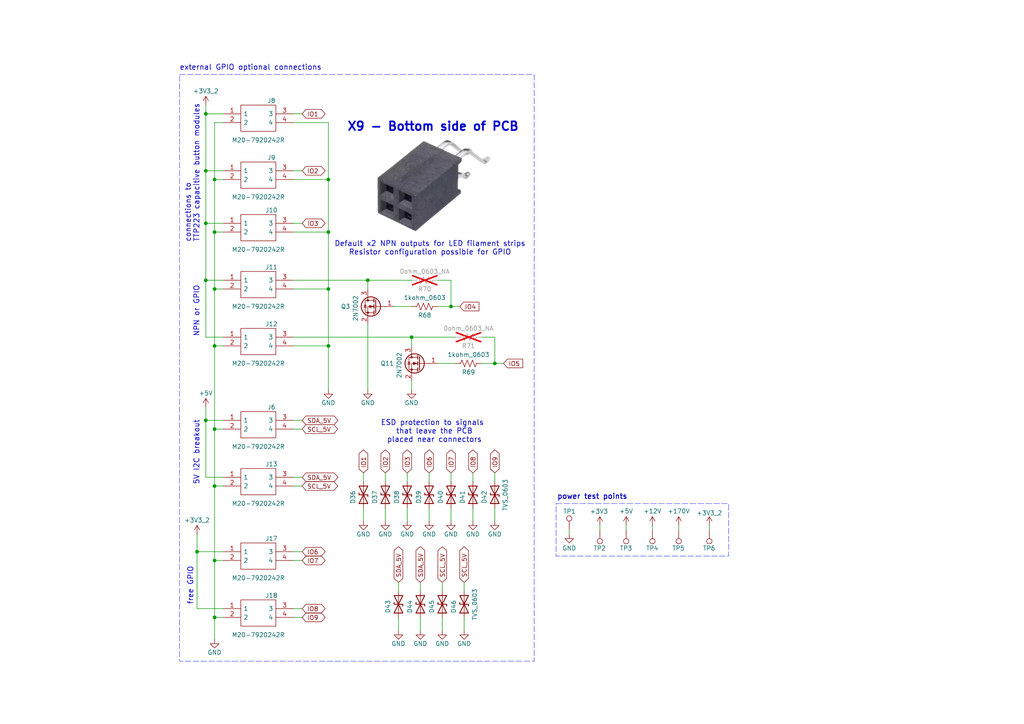
<source format=kicad_sch>
(kicad_sch (version 20250114) (generator "eeschema") (generator_version "9.0")
  (paper "A4")
  (title_block (title "Connectors") (date "2025-OCT-04") (rev "1") (company "Kadin Whiting"))
  (lib_symbols
    (symbol "Connector:TestPoint" (pin_numbers (hide yes)) (pin_names (offset 0.762) (hide yes))
      (property "Reference" "TP" (at 0 6.858 0))
      (property "Value" "TestPoint" (at 0 5.08 0))
      (symbol "TestPoint_0_1"
        (circle (center 0 3.302) (radius 0.762))
      )
      (symbol "TestPoint_1_1"
        (pin passive line (at 0 0 90) (length 2.54) (name "1") (number "1"))
      )
    )
    (symbol "Device:R_US" (pin_numbers (hide yes)) (pin_names (offset 0))
      (property "Reference" "R" (at 2.54 0 90))
      (property "Value" "R_US" (at -2.54 0 90))
      (symbol "R_US_0_1"
        (polyline (pts (xy 0 2.286) (xy 0 2.54)))
        (polyline (pts (xy 0 2.286) (xy 1.016 1.905) (xy 0 1.524) (xy -1.016 1.143) (xy 0 0.762)))
        (polyline (pts (xy 0 0.762) (xy 1.016 0.381) (xy 0 0) (xy -1.016 -0.381) (xy 0 -0.762)))
        (polyline (pts (xy 0 -0.762) (xy 1.016 -1.143) (xy 0 -1.524) (xy -1.016 -1.905) (xy 0 -2.286)))
        (polyline (pts (xy 0 -2.286) (xy 0 -2.54)))
      )
      (symbol "R_US_1_1"
        (pin passive line (at 0 3.81 270) (length 1.27) (name "~") (number "1"))
        (pin passive line (at 0 -3.81 90) (length 1.27) (name "~") (number "2"))
      )
    )
    (symbol "HDD_CLK_V6.0:CG0603MLC-05LE" (pin_numbers (hide yes)) (pin_names (offset 1.016) (hide yes))
      (property "Reference" "D11" (at 3.048 1.27 0))
      (property "Value" "CG0603MLC-05LE" (at -3.048 4.572 0))
      (symbol "CG0603MLC-05LE_0_1"
        (polyline (pts (xy -2.54 1.27) (xy -2.54 -1.27) (xy 2.54 1.27) (xy 2.54 -1.27) (xy -2.54 1.27)) (stroke (width 0.254)))
        (polyline (pts (xy 0.508 1.27) (xy 0 1.27) (xy 0 -1.27) (xy -0.508 -1.27)) (stroke (width 0.254)))
        (polyline (pts (xy 1.27 0) (xy -1.27 0)))
      )
      (symbol "CG0603MLC-05LE_1_1"
        (pin passive line (at -3.81 0 0) (length 2.54) (name "A1") (number "1"))
        (pin passive line (at 3.81 0 180) (length 2.54) (name "A2") (number "2"))
      )
    )
    (symbol "HDD_CLK_V6.0:M20-7920242R" (pin_names (offset 0.762))
      (property "Reference" "J1" (at 13.97 6.35 0))
      (property "Value" "M20-7920242R" (at 10.16 -5.08 0))
      (symbol "M20-7920242R_0_0"
        (pin passive line (at 0 0 0) (length 5.08) (name "2") (number "2"))
        (pin passive line (at 0 -2.54 0) (length 5.08) (name "1") (number "1"))
        (pin passive line (at 20.32 0 180) (length 5.08) (name "4") (number "4"))
        (pin passive line (at 20.32 -2.54 180) (length 5.08) (name "3") (number "3"))
      )
      (symbol "M20-7920242R_0_1"
        (polyline (pts (xy 5.08 2.54) (xy 15.24 2.54) (xy 15.24 -5.08) (xy 5.08 -5.08) (xy 5.08 2.54)) (stroke (width 0.1524)))
      )
    )
    (symbol "Transistor_FET:2N7002" (pin_names (offset 0) (hide yes))
      (property "Reference" "Q" (at 5.08 1.905 0))
      (property "Value" "2N7002" (at 5.08 0 0))
      (symbol "2N7002_0_1"
        (polyline (pts (xy 0.254 1.905) (xy 0.254 -1.905)) (stroke (width 0.254)))
        (polyline (pts (xy 0.254 0) (xy -2.54 0)))
        (polyline (pts (xy 0.762 2.286) (xy 0.762 1.27)) (stroke (width 0.254)))
        (polyline (pts (xy 0.762 0.508) (xy 0.762 -0.508)) (stroke (width 0.254)))
        (polyline (pts (xy 0.762 -1.27) (xy 0.762 -2.286)) (stroke (width 0.254)))
        (polyline (pts (xy 0.762 -1.778) (xy 3.302 -1.778) (xy 3.302 1.778) (xy 0.762 1.778)))
        (polyline (pts (xy 1.016 0) (xy 2.032 0.381) (xy 2.032 -0.381) (xy 1.016 0)) (fill (type outline)))
        (circle (center 1.651 0) (radius 2.794) (stroke (width 0.254)))
        (polyline (pts (xy 2.54 2.54) (xy 2.54 1.778)))
        (circle (center 2.54 1.778) (radius 0.254) (fill (type outline)))
        (circle (center 2.54 -1.778) (radius 0.254) (fill (type outline)))
        (polyline (pts (xy 2.54 -2.54) (xy 2.54 0) (xy 0.762 0)))
        (polyline (pts (xy 2.921 0.381) (xy 3.683 0.381)))
        (polyline (pts (xy 3.302 0.381) (xy 2.921 -0.254) (xy 3.683 -0.254) (xy 3.302 0.381)))
      )
      (symbol "2N7002_1_1"
        (pin input line (at -5.08 0 0) (length 2.54) (name "G") (number "1"))
        (pin passive line (at 2.54 5.08 270) (length 2.54) (name "D") (number "3"))
        (pin passive line (at 2.54 -5.08 90) (length 2.54) (name "S") (number "2"))
      )
    )
    (symbol "power:+12V" (power) (pin_numbers (hide yes)) (pin_names (offset 0) (hide yes))
      (property "Value" "+12V" (at 0 3.556 0))
      (symbol "+12V_0_1"
        (polyline (pts (xy -0.762 1.27) (xy 0 2.54)))
        (polyline (pts (xy 0 2.54) (xy 0.762 1.27)))
        (polyline (pts (xy 0 0) (xy 0 2.54)))
      )
      (symbol "+12V_1_1"
        (pin power_in line (at 0 0 90) (length 0) (name "~") (number "1"))
      )
    )
    (symbol "power:+3.3V" (power) (pin_names (offset 0))
      (property "Value" "+3.3V" (at 0 3.556 0))
      (symbol "+3.3V_0_1"
        (polyline (pts (xy -0.762 1.27) (xy 0 2.54)))
        (polyline (pts (xy 0 2.54) (xy 0.762 1.27)))
        (polyline (pts (xy 0 0) (xy 0 2.54)))
      )
      (symbol "+3.3V_1_1"
        (pin power_in line (at 0 0 90) (length 0) (hide yes) (name "+3V3") (number "1"))
      )
    )
    (symbol "power:+48V" (power) (pin_numbers (hide yes)) (pin_names (offset 0) (hide yes))
      (property "Value" "+48V" (at 0 3.556 0))
      (symbol "+48V_0_1"
        (polyline (pts (xy -0.762 1.27) (xy 0 2.54)))
        (polyline (pts (xy 0 2.54) (xy 0.762 1.27)))
        (polyline (pts (xy 0 0) (xy 0 2.54)))
      )
      (symbol "+48V_1_1"
        (pin power_in line (at 0 0 90) (length 0) (name "~") (number "1"))
      )
    )
    (symbol "power:+5V" (power) (pin_names (offset 0))
      (property "Value" "+5V" (at 0 3.556 0))
      (symbol "+5V_0_1"
        (polyline (pts (xy -0.762 1.27) (xy 0 2.54)))
        (polyline (pts (xy 0 2.54) (xy 0.762 1.27)))
        (polyline (pts (xy 0 0) (xy 0 2.54)))
      )
      (symbol "+5V_1_1"
        (pin power_in line (at 0 0 90) (length 0) (hide yes) (name "+5V") (number "1"))
      )
    )
    (symbol "power:GND" (power) (pin_names (offset 0))
      (property "Value" "GND" (at 0 -3.81 0))
      (symbol "GND_0_1"
        (polyline (pts (xy 0 0) (xy 0 -1.27) (xy 1.27 -1.27) (xy 0 -2.54) (xy -1.27 -1.27) (xy 0 -1.27)))
      )
      (symbol "GND_1_1"
        (pin power_in line (at 0 0 270) (length 0) (hide yes) (name "GND") (number "1"))
      )
    )
  )
  (rectangle (start 52.07 21.59) (end 154.94 191.77) (stroke (width 0) (type dash) (color 72 73 255 1)))
  (rectangle (start 161.29 146.05) (end 211.328 161.29) (stroke (width 0) (type dash) (color 72 73 255 1)))
  (text "external GPIO optional connections" (at 52.07 20.574 0) (effects (font (size 1.524 1.524) (thickness 0.1905)) (justify left bottom)))
  (text "5V I2C breakout" (at 57.912 140.716 90) (effects (font (size 1.524 1.524) (thickness 0.1905)) (justify left bottom)))
  (text "ESD protection to signals \nthat leave the PCB\nplaced near connectors" (at 125.984 128.524 0) (effects (font (size 1.524 1.524) (thickness 0.1905)) (justify bottom)))
  (text "NPN or GPIO" (at 57.912 97.79 90) (effects (font (size 1.524 1.524) (thickness 0.1905)) (justify left bottom)))
  (text "X9 - Bottom side of PCB" (at 100.584 36.83 0) (effects (font (size 2.5 2.5) (thickness 0.5) (bold yes)) (justify left)))
  (text "power test points" (at 161.544 145.034 0) (effects (font (size 1.524 1.524) (thickness 0.25)) (justify left bottom)))
  (text "free GPIO" (at 56.134 175.514 90) (effects (font (size 1.524 1.524) (thickness 0.1905)) (justify left bottom)))
  (text "Default x2 NPN outputs for LED filament strips\nResistor configuration possible for GPIO" (at 124.714 74.168 0) (effects (font (size 1.524 1.524) (thickness 0.1905)) (justify bottom)))
  (text "connections to\nTTP223 capacitive button modules" (at 57.912 70.358 90) (effects (font (size 1.524 1.524) (thickness 0.1905)) (justify left bottom)))
  (junction (at 62.23 140.97))
  (junction (at 130.81 88.9))
  (junction (at 59.69 64.77))
  (junction (at 143.51 105.41))
  (junction (at 59.69 33.02))
  (junction (at 95.25 52.07))
  (junction (at 95.25 100.33))
  (junction (at 106.68 81.28))
  (junction (at 62.23 67.31))
  (junction (at 59.69 121.92))
  (junction (at 59.69 81.28))
  (junction (at 62.23 124.46))
  (junction (at 62.23 179.07))
  (junction (at 119.38 97.79))
  (junction (at 95.25 67.31))
  (junction (at 62.23 83.82))
  (junction (at 62.23 52.07))
  (junction (at 62.23 162.56))
  (junction (at 57.15 160.02))
  (junction (at 95.25 83.82))
  (junction (at 59.69 49.53))
  (junction (at 62.23 100.33))
  (wire (pts (xy 64.77 33.02) (xy 59.69 33.02)))
  (wire (pts (xy 130.81 88.9) (xy 133.35 88.9)))
  (wire (pts (xy 111.76 137.16) (xy 111.76 139.7)))
  (wire (pts (xy 85.09 138.43) (xy 87.63 138.43)))
  (wire (pts (xy 62.23 124.46) (xy 62.23 140.97)))
  (wire (pts (xy 62.23 140.97) (xy 62.23 162.56)))
  (wire (pts (xy 85.09 176.53) (xy 87.63 176.53)))
  (wire (pts (xy 127 81.28) (xy 130.81 81.28)))
  (wire (pts (xy 85.09 49.53) (xy 87.63 49.53)))
  (wire (pts (xy 62.23 83.82) (xy 62.23 100.33)))
  (wire (pts (xy 115.57 179.07) (xy 115.57 182.88)))
  (wire (pts (xy 85.09 162.56) (xy 87.63 162.56)))
  (wire (pts (xy 85.09 97.79) (xy 119.38 97.79)))
  (wire (pts (xy 64.77 35.56) (xy 62.23 35.56)))
  (wire (pts (xy 143.51 137.16) (xy 143.51 139.7)))
  (wire (pts (xy 143.51 97.79) (xy 143.51 105.41)))
  (wire (pts (xy 64.77 83.82) (xy 62.23 83.82)))
  (wire (pts (xy 59.69 49.53) (xy 59.69 33.02)))
  (wire (pts (xy 62.23 179.07) (xy 64.77 179.07)))
  (wire (pts (xy 119.38 110.49) (xy 119.38 113.03)))
  (wire (pts (xy 95.25 67.31) (xy 95.25 83.82)))
  (wire (pts (xy 127 105.41) (xy 132.08 105.41)))
  (wire (pts (xy 59.69 81.28) (xy 59.69 97.79)))
  (wire (pts (xy 137.16 147.32) (xy 137.16 151.13)))
  (wire (pts (xy 62.23 52.07) (xy 62.23 67.31)))
  (wire (pts (xy 85.09 100.33) (xy 95.25 100.33)))
  (wire (pts (xy 59.69 121.92) (xy 64.77 121.92)))
  (wire (pts (xy 111.76 147.32) (xy 111.76 151.13)))
  (wire (pts (xy 128.27 179.07) (xy 128.27 182.88)))
  (wire (pts (xy 62.23 67.31) (xy 64.77 67.31)))
  (wire (pts (xy 128.27 168.91) (xy 128.27 171.45)))
  (wire (pts (xy 85.09 52.07) (xy 95.25 52.07)))
  (wire (pts (xy 189.23 152.4) (xy 189.23 153.67)))
  (wire (pts (xy 85.09 83.82) (xy 95.25 83.82)))
  (wire (pts (xy 118.11 147.32) (xy 118.11 151.13)))
  (wire (pts (xy 119.38 97.79) (xy 119.38 100.33)))
  (wire (pts (xy 205.74 152.4) (xy 205.74 153.67)))
  (wire (pts (xy 62.23 124.46) (xy 64.77 124.46)))
  (wire (pts (xy 106.68 81.28) (xy 119.38 81.28)))
  (wire (pts (xy 85.09 160.02) (xy 87.63 160.02)))
  (wire (pts (xy 121.92 168.91) (xy 121.92 171.45)))
  (wire (pts (xy 62.23 162.56) (xy 62.23 179.07)))
  (wire (pts (xy 85.09 121.92) (xy 87.63 121.92)))
  (wire (pts (xy 64.77 97.79) (xy 59.69 97.79)))
  (wire (pts (xy 95.25 100.33) (xy 95.25 113.03)))
  (wire (pts (xy 85.09 179.07) (xy 87.63 179.07)))
  (wire (pts (xy 57.15 176.53) (xy 57.15 160.02)))
  (wire (pts (xy 106.68 93.98) (xy 106.68 113.03)))
  (wire (pts (xy 105.41 147.32) (xy 105.41 151.13)))
  (wire (pts (xy 85.09 33.02) (xy 87.63 33.02)))
  (wire (pts (xy 118.11 137.16) (xy 118.11 139.7)))
  (wire (pts (xy 59.69 64.77) (xy 59.69 81.28)))
  (wire (pts (xy 85.09 124.46) (xy 87.63 124.46)))
  (wire (pts (xy 59.69 33.02) (xy 59.69 30.48)))
  (wire (pts (xy 119.38 97.79) (xy 132.08 97.79)))
  (wire (pts (xy 137.16 137.16) (xy 137.16 139.7)))
  (wire (pts (xy 85.09 140.97) (xy 87.63 140.97)))
  (wire (pts (xy 95.25 83.82) (xy 95.25 100.33)))
  (wire (pts (xy 105.41 137.16) (xy 105.41 139.7)))
  (wire (pts (xy 64.77 100.33) (xy 62.23 100.33)))
  (wire (pts (xy 62.23 35.56) (xy 62.23 52.07)))
  (wire (pts (xy 139.7 105.41) (xy 143.51 105.41)))
  (wire (pts (xy 62.23 140.97) (xy 64.77 140.97)))
  (wire (pts (xy 196.85 152.4) (xy 196.85 153.67)))
  (wire (pts (xy 62.23 52.07) (xy 64.77 52.07)))
  (wire (pts (xy 64.77 176.53) (xy 57.15 176.53)))
  (wire (pts (xy 59.69 64.77) (xy 59.69 49.53)))
  (wire (pts (xy 85.09 35.56) (xy 95.25 35.56)))
  (wire (pts (xy 62.23 67.31) (xy 62.23 83.82)))
  (wire (pts (xy 95.25 35.56) (xy 95.25 52.07)))
  (wire (pts (xy 106.68 81.28) (xy 106.68 83.82)))
  (wire (pts (xy 62.23 162.56) (xy 64.77 162.56)))
  (wire (pts (xy 64.77 81.28) (xy 59.69 81.28)))
  (wire (pts (xy 62.23 100.33) (xy 62.23 124.46)))
  (wire (pts (xy 130.81 137.16) (xy 130.81 139.7)))
  (wire (pts (xy 85.09 67.31) (xy 95.25 67.31)))
  (wire (pts (xy 173.99 152.4) (xy 173.99 153.67)))
  (wire (pts (xy 130.81 81.28) (xy 130.81 88.9)))
  (wire (pts (xy 181.61 152.4) (xy 181.61 153.67)))
  (wire (pts (xy 127 88.9) (xy 130.81 88.9)))
  (wire (pts (xy 57.15 160.02) (xy 64.77 160.02)))
  (wire (pts (xy 64.77 64.77) (xy 59.69 64.77)))
  (wire (pts (xy 121.92 179.07) (xy 121.92 182.88)))
  (wire (pts (xy 64.77 49.53) (xy 59.69 49.53)))
  (wire (pts (xy 115.57 168.91) (xy 115.57 171.45)))
  (wire (pts (xy 59.69 138.43) (xy 59.69 121.92)))
  (wire (pts (xy 59.69 121.92) (xy 59.69 118.11)))
  (wire (pts (xy 62.23 179.07) (xy 62.23 185.42)))
  (wire (pts (xy 134.62 168.91) (xy 134.62 171.45)))
  (wire (pts (xy 85.09 64.77) (xy 87.63 64.77)))
  (wire (pts (xy 139.7 97.79) (xy 143.51 97.79)))
  (wire (pts (xy 143.51 105.41) (xy 146.05 105.41)))
  (wire (pts (xy 165.1 153.67) (xy 165.1 154.94)))
  (wire (pts (xy 95.25 52.07) (xy 95.25 67.31)))
  (wire (pts (xy 124.46 147.32) (xy 124.46 151.13)))
  (wire (pts (xy 114.3 88.9) (xy 119.38 88.9)))
  (wire (pts (xy 64.77 138.43) (xy 59.69 138.43)))
  (wire (pts (xy 143.51 147.32) (xy 143.51 151.13)))
  (wire (pts (xy 57.15 154.94) (xy 57.15 160.02)))
  (wire (pts (xy 134.62 179.07) (xy 134.62 182.88)))
  (wire (pts (xy 124.46 137.16) (xy 124.46 139.7)))
  (wire (pts (xy 85.09 81.28) (xy 106.68 81.28)))
  (wire (pts (xy 130.81 147.32) (xy 130.81 151.13)))
  (image (at 125.476 52.832) (scale 0.317103))
  (global_label "IO3" (shape bidirectional) (at 118.11 137.16 90) (property "Intersheetrefs" "${INTERSHEET_REFS}" (effects (hide yes))))
  (global_label "SDA_5V" (shape bidirectional) (at 87.63 138.43 0) (property "Intersheetrefs" "${INTERSHEET_REFS}" (effects (hide yes))))
  (global_label "SDA_5V" (shape bidirectional) (at 87.63 121.92 0) (property "Intersheetrefs" "${INTERSHEET_REFS}" (effects (hide yes))))
  (global_label "IO6" (shape bidirectional) (at 87.63 160.02 0) (property "Intersheetrefs" "${INTERSHEET_REFS}" (effects (hide yes))))
  (global_label "IO4" (shape input) (at 133.35 88.9 0) (property "Intersheetrefs" "${INTERSHEET_REFS}" (effects (hide yes))))
  (global_label "IO9" (shape bidirectional) (at 143.51 137.16 90) (property "Intersheetrefs" "${INTERSHEET_REFS}" (effects (hide yes))))
  (global_label "IO6" (shape bidirectional) (at 124.46 137.16 90) (property "Intersheetrefs" "${INTERSHEET_REFS}" (effects (hide yes))))
  (global_label "IO2" (shape bidirectional) (at 87.63 49.53 0) (property "Intersheetrefs" "${INTERSHEET_REFS}" (effects (hide yes))))
  (global_label "IO7" (shape bidirectional) (at 130.81 137.16 90) (property "Intersheetrefs" "${INTERSHEET_REFS}" (effects (hide yes))))
  (global_label "SDA_5V" (shape bidirectional) (at 121.92 168.91 90) (property "Intersheetrefs" "${INTERSHEET_REFS}" (effects (hide yes))))
  (global_label "IO2" (shape bidirectional) (at 111.76 137.16 90) (property "Intersheetrefs" "${INTERSHEET_REFS}" (effects (hide yes))))
  (global_label "IO9" (shape bidirectional) (at 87.63 179.07 0) (property "Intersheetrefs" "${INTERSHEET_REFS}" (effects (hide yes))))
  (global_label "SCL_5V" (shape bidirectional) (at 128.27 168.91 90) (property "Intersheetrefs" "${INTERSHEET_REFS}" (effects (hide yes))))
  (global_label "IO3" (shape bidirectional) (at 87.63 64.77 0) (property "Intersheetrefs" "${INTERSHEET_REFS}" (effects (hide yes))))
  (global_label "SDA_5V" (shape bidirectional) (at 115.57 168.91 90) (property "Intersheetrefs" "${INTERSHEET_REFS}" (effects (hide yes))))
  (global_label "IO1" (shape bidirectional) (at 87.63 33.02 0) (property "Intersheetrefs" "${INTERSHEET_REFS}" (effects (hide yes))))
  (global_label "IO8" (shape bidirectional) (at 137.16 137.16 90) (property "Intersheetrefs" "${INTERSHEET_REFS}" (effects (hide yes))))
  (global_label "SCL_5V" (shape bidirectional) (at 87.63 124.46 0) (property "Intersheetrefs" "${INTERSHEET_REFS}" (effects (hide yes))))
  (global_label "IO1" (shape bidirectional) (at 105.41 137.16 90) (property "Intersheetrefs" "${INTERSHEET_REFS}" (effects (hide yes))))
  (global_label "IO7" (shape bidirectional) (at 87.63 162.56 0) (property "Intersheetrefs" "${INTERSHEET_REFS}" (effects (hide yes))))
  (global_label "SCL_5V" (shape bidirectional) (at 134.62 168.91 90) (property "Intersheetrefs" "${INTERSHEET_REFS}" (effects (hide yes))))
  (global_label "IO8" (shape bidirectional) (at 87.63 176.53 0) (property "Intersheetrefs" "${INTERSHEET_REFS}" (effects (hide yes))))
  (global_label "IO5" (shape input) (at 146.05 105.41 0) (property "Intersheetrefs" "${INTERSHEET_REFS}" (effects (hide yes))))
  (global_label "SCL_5V" (shape bidirectional) (at 87.63 140.97 0) (property "Intersheetrefs" "${INTERSHEET_REFS}" (effects (hide yes))))
  (symbol (lib_id "power:GND") (at 124.46 151.13 0) (mirror y) (unit 1)
    (property "Reference" "#PWR0164" (effects (hide yes)))
    (property "Value" "GND" (at 126.492 154.94 0) (effects (justify left)))
  )
  (symbol (lib_id "power:GND") (at 106.68 113.03 0) (mirror y) (unit 1)
    (property "Reference" "#PWR0145" (effects (hide yes)))
    (property "Value" "GND" (at 108.712 116.84 0) (effects (justify left)))
  )
  (symbol (lib_id "power:GND") (at 165.1 154.94 0) (mirror y) (unit 1) (in_bom no)
    (property "Reference" "#PWR0135" (effects (hide yes)))
    (property "Value" "GND" (at 165.1 159.004 0))
  )
  (symbol (lib_id "HDD_CLK_V6.0:CG0603MLC-05LE") (at 115.57 175.26 90) (unit 1) (exclude_from_sim yes)
    (property "Reference" "D43" (at 112.522 173.99 0) (effects (justify right)))
    (property "Value" "TVS_0603" (effects (hide yes)))
    (property "Footprint" "Resistor_SMD:R_0603_1608Metric" (effects (hide yes)))
  )
  (symbol (lib_id "HDD_CLK_V6.0:M20-7920242R") (at 64.77 179.07 0) (mirror x) (unit 1)
    (property "Reference" "J18" (at 78.74 172.72 0))
    (property "Value" "M20-7920242R" (at 74.93 184.15 0))
    (property "Footprint" "Footprint drive Dump 1:M207920242R" (effects (hide yes)))
    (property "Datasheet" "https://cdn.harwin.com/pdfs/M20-792R.pdf" (effects (hide yes)))
    (property "Description" "2.54mm (0.1\") Pitch DIL Horizontal SMT Socket Assembly, selective gold + tin (Tape & Reel packing), 2+2 contacts" (effects (hide yes)))
    (property "Mouser Part Number" "855-M20-7920242R" (effects (hide yes)))
    (property "Mouser Price/Stock" "https://www.mouser.co.uk/ProductDetail/Harwin/M20-7920242R?qs=k41KVqW3ymqXpU6ZyqY%252B2g%3D%3D" (effects (hide yes)))
    (property "Manufacturer_Name" "Harwin" (effects (hide yes)))
    (property "Manufacturer_Part_Number" "M20-7920242R" (effects (hide yes)))
  )
  (symbol (lib_id "power:+12V") (at 189.23 152.4 0) (unit 1) (in_bom no)
    (property "Reference" "#PWR0137" (effects (hide yes)))
    (property "Value" "+12V" (at 189.23 148.2669 0))
    (property "Description" "Power symbol creates a global label with name \"+12V\"" (effects (hide yes)))
  )
  (symbol (lib_id "Device:R_US") (at 123.19 88.9 270) (unit 1)
    (property "Reference" "R68" (at 123.19 91.44 90))
    (property "Value" "1kohm_0603" (at 123.19 86.36 90))
    (property "Footprint" "Resistor_SMD:R_0603_1608Metric" (effects (hide yes)))
  )
  (symbol (lib_id "power:GND") (at 137.16 151.13 0) (mirror y) (unit 1)
    (property "Reference" "#PWR0166" (effects (hide yes)))
    (property "Value" "GND" (at 139.192 154.94 0) (effects (justify left)))
  )
  (symbol (lib_id "Transistor_FET:2N7002") (at 121.92 105.41 0) (mirror y) (unit 1)
    (property "Reference" "Q11" (at 114.3 105.41 0) (effects (justify left)))
    (property "Value" "2N7002" (at 115.824 109.728 90) (effects (justify left)))
    (property "Footprint" "Package_TO_SOT_SMD:SOT-23" (effects (hide yes)))
    (property "Datasheet" "https://www.onsemi.com/pub/Collateral/NDS7002A-D.PDF" (effects (hide yes)))
    (property "Description" "0.115A Id, 60V Vds, N-Channel MOSFET, SOT-23" (effects (hide yes)))
  )
  (symbol (lib_id "power:GND") (at 128.27 182.88 0) (mirror y) (unit 1)
    (property "Reference" "#PWR0170" (effects (hide yes)))
    (property "Value" "GND" (at 130.302 186.69 0) (effects (justify left)))
  )
  (symbol (lib_id "power:GND") (at 62.23 185.42 0) (mirror y) (unit 1)
    (property "Reference" "#PWR0146" (effects (hide yes)))
    (property "Value" "GND" (at 64.262 189.23 0) (effects (justify left)))
  )
  (symbol (lib_id "power:GND") (at 118.11 151.13 0) (mirror y) (unit 1)
    (property "Reference" "#PWR0163" (effects (hide yes)))
    (property "Value" "GND" (at 120.142 154.94 0) (effects (justify left)))
  )
  (symbol (lib_id "Connector:TestPoint") (at 205.74 153.67 180) (unit 1) (in_bom no)
    (property "Reference" "TP6" (at 207.518 159.004 0) (effects (justify left)))
    (property "Value" "TestPoint" (effects (hide yes)))
    (property "Footprint" "TestPoint:TestPoint_THTPad_D1.5mm_Drill0.7mm" (effects (hide yes)))
    (property "Description" "test point" (effects (hide yes)))
  )
  (symbol (lib_id "HDD_CLK_V6.0:CG0603MLC-05LE") (at 124.46 143.51 90) (unit 1) (exclude_from_sim yes)
    (property "Reference" "D39" (at 121.412 142.24 0) (effects (justify right)))
    (property "Value" "TVS_0603" (effects (hide yes)))
    (property "Footprint" "Resistor_SMD:R_0603_1608Metric" (effects (hide yes)))
  )
  (symbol (lib_id "HDD_CLK_V6.0:M20-7920242R") (at 64.77 67.31 0) (mirror x) (unit 1)
    (property "Reference" "J10" (at 78.74 60.96 0))
    (property "Value" "M20-7920242R" (at 74.93 72.39 0))
    (property "Footprint" "Footprint drive Dump 1:M207920242R" (effects (hide yes)))
    (property "Datasheet" "https://cdn.harwin.com/pdfs/M20-792R.pdf" (effects (hide yes)))
    (property "Description" "2.54mm (0.1\") Pitch DIL Horizontal SMT Socket Assembly, selective gold + tin (Tape & Reel packing), 2+2 contacts" (effects (hide yes)))
    (property "Mouser Part Number" "855-M20-7920242R" (effects (hide yes)))
    (property "Mouser Price/Stock" "https://www.mouser.co.uk/ProductDetail/Harwin/M20-7920242R?qs=k41KVqW3ymqXpU6ZyqY%252B2g%3D%3D" (effects (hide yes)))
    (property "Manufacturer_Name" "Harwin" (effects (hide yes)))
    (property "Manufacturer_Part_Number" "M20-7920242R" (effects (hide yes)))
  )
  (symbol (lib_id "power:GND") (at 105.41 151.13 0) (mirror y) (unit 1)
    (property "Reference" "#PWR0161" (effects (hide yes)))
    (property "Value" "GND" (at 107.442 154.94 0) (effects (justify left)))
  )
  (symbol (lib_id "power:+3.3V") (at 173.99 152.4 0) (mirror y) (unit 1) (in_bom no)
    (property "Reference" "#PWR0130" (effects (hide yes)))
    (property "Value" "+3V3" (at 173.736 148.336 0))
  )
  (symbol (lib_id "HDD_CLK_V6.0:CG0603MLC-05LE") (at 111.76 143.51 90) (unit 1) (exclude_from_sim yes)
    (property "Reference" "D37" (at 108.712 142.24 0) (effects (justify right)))
    (property "Value" "TVS_0603" (effects (hide yes)))
    (property "Footprint" "Resistor_SMD:R_0603_1608Metric" (effects (hide yes)))
  )
  (symbol (lib_id "HDD_CLK_V6.0:M20-7920242R") (at 64.77 124.46 0) (mirror x) (unit 1)
    (property "Reference" "J6" (at 78.74 118.11 0))
    (property "Value" "M20-7920242R" (at 74.93 129.54 0))
    (property "Footprint" "Footprint drive Dump 1:M207920242R" (effects (hide yes)))
    (property "Datasheet" "https://cdn.harwin.com/pdfs/M20-792R.pdf" (effects (hide yes)))
    (property "Description" "2.54mm (0.1\") Pitch DIL Horizontal SMT Socket Assembly, selective gold + tin (Tape & Reel packing), 2+2 contacts" (effects (hide yes)))
    (property "Mouser Part Number" "855-M20-7920242R" (effects (hide yes)))
    (property "Mouser Price/Stock" "https://www.mouser.co.uk/ProductDetail/Harwin/M20-7920242R?qs=k41KVqW3ymqXpU6ZyqY%252B2g%3D%3D" (effects (hide yes)))
    (property "Manufacturer_Name" "Harwin" (effects (hide yes)))
    (property "Manufacturer_Part_Number" "M20-7920242R" (effects (hide yes)))
  )
  (symbol (lib_id "power:GND") (at 130.81 151.13 0) (mirror y) (unit 1)
    (property "Reference" "#PWR0165" (effects (hide yes)))
    (property "Value" "GND" (at 132.842 154.94 0) (effects (justify left)))
  )
  (symbol (lib_id "HDD_CLK_V6.0:M20-7920242R") (at 64.77 100.33 0) (mirror x) (unit 1)
    (property "Reference" "J12" (at 78.74 93.98 0))
    (property "Value" "M20-7920242R" (at 74.93 105.41 0))
    (property "Footprint" "Footprint drive Dump 1:M207920242R" (effects (hide yes)))
    (property "Datasheet" "https://cdn.harwin.com/pdfs/M20-792R.pdf" (effects (hide yes)))
    (property "Description" "2.54mm (0.1\") Pitch DIL Horizontal SMT Socket Assembly, selective gold + tin (Tape & Reel packing), 2+2 contacts" (effects (hide yes)))
    (property "Mouser Part Number" "855-M20-7920242R" (effects (hide yes)))
    (property "Mouser Price/Stock" "https://www.mouser.co.uk/ProductDetail/Harwin/M20-7920242R?qs=k41KVqW3ymqXpU6ZyqY%252B2g%3D%3D" (effects (hide yes)))
    (property "Manufacturer_Name" "Harwin" (effects (hide yes)))
    (property "Manufacturer_Part_Number" "M20-7920242R" (effects (hide yes)))
  )
  (symbol (lib_id "HDD_CLK_V6.0:CG0603MLC-05LE") (at 118.11 143.51 90) (unit 1) (exclude_from_sim yes)
    (property "Reference" "D38" (at 115.062 142.24 0) (effects (justify right)))
    (property "Value" "TVS_0603" (effects (hide yes)))
    (property "Footprint" "Resistor_SMD:R_0603_1608Metric" (effects (hide yes)))
  )
  (symbol (lib_id "Transistor_FET:2N7002") (at 109.22 88.9 0) (mirror y) (unit 1)
    (property "Reference" "Q3" (at 101.6 88.9 0) (effects (justify left)))
    (property "Value" "2N7002" (at 103.124 93.218 90) (effects (justify left)))
    (property "Footprint" "Package_TO_SOT_SMD:SOT-23" (effects (hide yes)))
    (property "Datasheet" "https://www.onsemi.com/pub/Collateral/NDS7002A-D.PDF" (effects (hide yes)))
    (property "Description" "0.115A Id, 60V Vds, N-Channel MOSFET, SOT-23" (effects (hide yes)))
  )
  (symbol (lib_id "HDD_CLK_V6.0:M20-7920242R") (at 64.77 35.56 0) (mirror x) (unit 1)
    (property "Reference" "J8" (at 78.74 29.21 0))
    (property "Value" "M20-7920242R" (at 74.93 40.64 0))
    (property "Footprint" "Footprint drive Dump 1:M207920242R" (effects (hide yes)))
    (property "Datasheet" "https://cdn.harwin.com/pdfs/M20-792R.pdf" (effects (hide yes)))
    (property "Description" "2.54mm (0.1\") Pitch DIL Horizontal SMT Socket Assembly, selective gold + tin (Tape & Reel packing), 2+2 contacts" (effects (hide yes)))
    (property "Mouser Part Number" "855-M20-7920242R" (effects (hide yes)))
    (property "Mouser Price/Stock" "https://www.mouser.co.uk/ProductDetail/Harwin/M20-7920242R?qs=k41KVqW3ymqXpU6ZyqY%252B2g%3D%3D" (effects (hide yes)))
    (property "Manufacturer_Name" "Harwin" (effects (hide yes)))
    (property "Manufacturer_Part_Number" "M20-7920242R" (effects (hide yes)))
  )
  (symbol (lib_id "HDD_CLK_V6.0:CG0603MLC-05LE") (at 105.41 143.51 90) (unit 1) (exclude_from_sim yes)
    (property "Reference" "D36" (at 102.362 142.24 0) (effects (justify right)))
    (property "Value" "TVS_0603" (effects (hide yes)))
    (property "Footprint" "Resistor_SMD:R_0603_1608Metric" (effects (hide yes)))
  )
  (symbol (lib_id "HDD_CLK_V6.0:M20-7920242R") (at 64.77 52.07 0) (mirror x) (unit 1)
    (property "Reference" "J9" (at 78.74 45.72 0))
    (property "Value" "M20-7920242R" (at 74.93 57.15 0))
    (property "Footprint" "Footprint drive Dump 1:M207920242R" (effects (hide yes)))
    (property "Datasheet" "https://cdn.harwin.com/pdfs/M20-792R.pdf" (effects (hide yes)))
    (property "Description" "2.54mm (0.1\") Pitch DIL Horizontal SMT Socket Assembly, selective gold + tin (Tape & Reel packing), 2+2 contacts" (effects (hide yes)))
    (property "Mouser Part Number" "855-M20-7920242R" (effects (hide yes)))
    (property "Mouser Price/Stock" "https://www.mouser.co.uk/ProductDetail/Harwin/M20-7920242R?qs=k41KVqW3ymqXpU6ZyqY%252B2g%3D%3D" (effects (hide yes)))
    (property "Manufacturer_Name" "Harwin" (effects (hide yes)))
    (property "Manufacturer_Part_Number" "M20-7920242R" (effects (hide yes)))
  )
  (symbol (lib_id "Connector:TestPoint") (at 173.99 153.67 180) (unit 1) (in_bom no)
    (property "Reference" "TP2" (at 175.768 159.004 0) (effects (justify left)))
    (property "Value" "TestPoint" (effects (hide yes)))
    (property "Footprint" "TestPoint:TestPoint_THTPad_D1.5mm_Drill0.7mm" (effects (hide yes)))
    (property "Description" "test point" (effects (hide yes)))
  )
  (symbol (lib_id "HDD_CLK_V6.0:M20-7920242R") (at 64.77 140.97 0) (mirror x) (unit 1)
    (property "Reference" "J13" (at 78.74 134.62 0))
    (property "Value" "M20-7920242R" (at 74.93 146.05 0))
    (property "Footprint" "Footprint drive Dump 1:M207920242R" (effects (hide yes)))
    (property "Datasheet" "https://cdn.harwin.com/pdfs/M20-792R.pdf" (effects (hide yes)))
    (property "Description" "2.54mm (0.1\") Pitch DIL Horizontal SMT Socket Assembly, selective gold + tin (Tape & Reel packing), 2+2 contacts" (effects (hide yes)))
    (property "Mouser Part Number" "855-M20-7920242R" (effects (hide yes)))
    (property "Mouser Price/Stock" "https://www.mouser.co.uk/ProductDetail/Harwin/M20-7920242R?qs=k41KVqW3ymqXpU6ZyqY%252B2g%3D%3D" (effects (hide yes)))
    (property "Manufacturer_Name" "Harwin" (effects (hide yes)))
    (property "Manufacturer_Part_Number" "M20-7920242R" (effects (hide yes)))
  )
  (symbol (lib_id "HDD_CLK_V6.0:M20-7920242R") (at 64.77 162.56 0) (mirror x) (unit 1)
    (property "Reference" "J17" (at 78.74 156.21 0))
    (property "Value" "M20-7920242R" (at 74.93 167.64 0))
    (property "Footprint" "Footprint drive Dump 1:M207920242R" (effects (hide yes)))
    (property "Datasheet" "https://cdn.harwin.com/pdfs/M20-792R.pdf" (effects (hide yes)))
    (property "Description" "2.54mm (0.1\") Pitch DIL Horizontal SMT Socket Assembly, selective gold + tin (Tape & Reel packing), 2+2 contacts" (effects (hide yes)))
    (property "Mouser Part Number" "855-M20-7920242R" (effects (hide yes)))
    (property "Mouser Price/Stock" "https://www.mouser.co.uk/ProductDetail/Harwin/M20-7920242R?qs=k41KVqW3ymqXpU6ZyqY%252B2g%3D%3D" (effects (hide yes)))
    (property "Manufacturer_Name" "Harwin" (effects (hide yes)))
    (property "Manufacturer_Part_Number" "M20-7920242R" (effects (hide yes)))
  )
  (symbol (lib_id "power:+48V") (at 196.85 152.4 0) (unit 1) (in_bom no)
    (property "Reference" "#PWR0138" (effects (hide yes)))
    (property "Value" "+170V" (at 196.85 148.2669 0))
  )
  (symbol (lib_id "Connector:TestPoint") (at 189.23 153.67 180) (unit 1) (in_bom no)
    (property "Reference" "TP4" (at 191.008 159.004 0) (effects (justify left)))
    (property "Value" "TestPoint" (effects (hide yes)))
    (property "Footprint" "TestPoint:TestPoint_THTPad_D1.5mm_Drill0.7mm" (effects (hide yes)))
    (property "Description" "test point" (effects (hide yes)))
  )
  (symbol (lib_id "Connector:TestPoint") (at 181.61 153.67 180) (unit 1) (in_bom no)
    (property "Reference" "TP3" (at 183.388 159.004 0) (effects (justify left)))
    (property "Value" "TestPoint" (effects (hide yes)))
    (property "Footprint" "TestPoint:TestPoint_THTPad_D1.5mm_Drill0.7mm" (effects (hide yes)))
    (property "Description" "test point" (effects (hide yes)))
  )
  (symbol (lib_id "power:+3.3V") (at 57.15 154.94 0) (mirror y) (unit 1)
    (property "Reference" "#PWR0160" (effects (hide yes)))
    (property "Value" "+3V3_2" (at 57.15 150.876 0))
  )
  (symbol (lib_id "power:+3.3V") (at 205.74 152.4 0) (unit 1)
    (property "Reference" "#PWR0156" (effects (hide yes)))
    (property "Value" "+3V3_2" (at 205.74 148.7955 0))
  )
  (symbol (lib_id "power:+5V") (at 59.69 118.11 0) (unit 1)
    (property "Reference" "#PWR0151" (effects (hide yes)))
    (property "Value" "+5V" (at 59.69 114.046 0))
  )
  (symbol (lib_id "power:GND") (at 143.51 151.13 0) (mirror y) (unit 1)
    (property "Reference" "#PWR0167" (effects (hide yes)))
    (property "Value" "GND" (at 145.542 154.94 0) (effects (justify left)))
  )
  (symbol (lib_id "power:+5V") (at 181.61 152.4 0) (unit 1) (in_bom no)
    (property "Reference" "#PWR0136" (effects (hide yes)))
    (property "Value" "+5V" (at 181.61 148.2669 0))
    (property "Description" "Power symbol creates a global label with name \"+5V\"" (effects (hide yes)))
  )
  (symbol (lib_id "power:GND") (at 121.92 182.88 0) (mirror y) (unit 1)
    (property "Reference" "#PWR0169" (effects (hide yes)))
    (property "Value" "GND" (at 123.952 186.69 0) (effects (justify left)))
  )
  (symbol (lib_id "power:GND") (at 134.62 182.88 0) (mirror y) (unit 1)
    (property "Reference" "#PWR0171" (effects (hide yes)))
    (property "Value" "GND" (at 136.652 186.69 0) (effects (justify left)))
  )
  (symbol (lib_id "HDD_CLK_V6.0:M20-7920242R") (at 64.77 83.82 0) (mirror x) (unit 1)
    (property "Reference" "J11" (at 78.74 77.47 0))
    (property "Value" "M20-7920242R" (at 74.93 88.9 0))
    (property "Footprint" "Footprint drive Dump 1:M207920242R" (effects (hide yes)))
    (property "Datasheet" "https://cdn.harwin.com/pdfs/M20-792R.pdf" (effects (hide yes)))
    (property "Description" "2.54mm (0.1\") Pitch DIL Horizontal SMT Socket Assembly, selective gold + tin (Tape & Reel packing), 2+2 contacts" (effects (hide yes)))
    (property "Mouser Part Number" "855-M20-7920242R" (effects (hide yes)))
    (property "Mouser Price/Stock" "https://www.mouser.co.uk/ProductDetail/Harwin/M20-7920242R?qs=k41KVqW3ymqXpU6ZyqY%252B2g%3D%3D" (effects (hide yes)))
    (property "Manufacturer_Name" "Harwin" (effects (hide yes)))
    (property "Manufacturer_Part_Number" "M20-7920242R" (effects (hide yes)))
  )
  (symbol (lib_id "HDD_CLK_V6.0:CG0603MLC-05LE") (at 130.81 143.51 90) (unit 1) (exclude_from_sim yes)
    (property "Reference" "D40" (at 127.762 142.24 0) (effects (justify right)))
    (property "Value" "TVS_0603" (effects (hide yes)))
    (property "Footprint" "Resistor_SMD:R_0603_1608Metric" (effects (hide yes)))
  )
  (symbol (lib_id "HDD_CLK_V6.0:CG0603MLC-05LE") (at 128.27 175.26 90) (unit 1) (exclude_from_sim yes)
    (property "Reference" "D45" (at 125.222 173.99 0) (effects (justify right)))
    (property "Value" "TVS_0603" (effects (hide yes)))
    (property "Footprint" "Resistor_SMD:R_0603_1608Metric" (effects (hide yes)))
  )
  (symbol (lib_id "Connector:TestPoint") (at 196.85 153.67 180) (unit 1) (in_bom no)
    (property "Reference" "TP5" (at 198.628 159.004 0) (effects (justify left)))
    (property "Value" "TestPoint" (effects (hide yes)))
    (property "Footprint" "TestPoint:TestPoint_THTPad_D1.5mm_Drill0.7mm" (effects (hide yes)))
    (property "Description" "test point" (effects (hide yes)))
  )
  (symbol (lib_id "Device:R_US") (at 123.19 81.28 270) (unit 1) (dnp yes)
    (property "Reference" "R70" (at 123.19 83.82 90))
    (property "Value" "0ohm_0603_NA" (at 123.19 78.74 90))
    (property "Footprint" "Resistor_SMD:R_0603_1608Metric" (effects (hide yes)))
  )
  (symbol (lib_id "HDD_CLK_V6.0:CG0603MLC-05LE") (at 143.51 143.51 90) (unit 1) (exclude_from_sim yes)
    (property "Reference" "D42" (at 140.462 142.24 0) (effects (justify right)))
    (property "Value" "TVS_0603" (at 146.558 138.938 0) (effects (justify right)))
    (property "Footprint" "Resistor_SMD:R_0603_1608Metric" (effects (hide yes)))
  )
  (symbol (lib_id "power:+3.3V") (at 59.69 30.48 0) (mirror y) (unit 1)
    (property "Reference" "#PWR0133" (effects (hide yes)))
    (property "Value" "+3V3_2" (at 59.69 26.416 0))
  )
  (symbol (lib_id "power:GND") (at 95.25 113.03 0) (mirror y) (unit 1)
    (property "Reference" "#PWR0134" (effects (hide yes)))
    (property "Value" "GND" (at 97.282 116.84 0) (effects (justify left)))
  )
  (symbol (lib_id "power:GND") (at 119.38 113.03 0) (mirror y) (unit 1)
    (property "Reference" "#PWR0107" (effects (hide yes)))
    (property "Value" "GND" (at 121.412 116.84 0) (effects (justify left)))
  )
  (symbol (lib_id "HDD_CLK_V6.0:CG0603MLC-05LE") (at 137.16 143.51 90) (unit 1) (exclude_from_sim yes)
    (property "Reference" "D41" (at 134.112 142.24 0) (effects (justify right)))
    (property "Value" "TVS_0603" (effects (hide yes)))
    (property "Footprint" "Resistor_SMD:R_0603_1608Metric" (effects (hide yes)))
  )
  (symbol (lib_id "Device:R_US") (at 135.89 97.79 270) (unit 1) (dnp yes)
    (property "Reference" "R71" (at 135.89 100.33 90))
    (property "Value" "0ohm_0603_NA" (at 135.89 95.25 90))
    (property "Footprint" "Resistor_SMD:R_0603_1608Metric" (effects (hide yes)))
  )
  (symbol (lib_id "Device:R_US") (at 135.89 105.41 270) (unit 1)
    (property "Reference" "R69" (at 135.89 107.95 90))
    (property "Value" "1kohm_0603" (at 135.89 102.87 90))
    (property "Footprint" "Resistor_SMD:R_0603_1608Metric" (effects (hide yes)))
  )
  (symbol (lib_id "power:GND") (at 115.57 182.88 0) (mirror y) (unit 1)
    (property "Reference" "#PWR0168" (effects (hide yes)))
    (property "Value" "GND" (at 117.602 186.69 0) (effects (justify left)))
  )
  (symbol (lib_id "power:GND") (at 111.76 151.13 0) (mirror y) (unit 1)
    (property "Reference" "#PWR0162" (effects (hide yes)))
    (property "Value" "GND" (at 113.792 154.94 0) (effects (justify left)))
  )
  (symbol (lib_id "HDD_CLK_V6.0:CG0603MLC-05LE") (at 121.92 175.26 90) (unit 1) (exclude_from_sim yes)
    (property "Reference" "D44" (at 118.872 173.99 0) (effects (justify right)))
    (property "Value" "TVS_0603" (effects (hide yes)))
    (property "Footprint" "Resistor_SMD:R_0603_1608Metric" (effects (hide yes)))
  )
  (symbol (lib_id "HDD_CLK_V6.0:CG0603MLC-05LE") (at 134.62 175.26 90) (unit 1) (exclude_from_sim yes)
    (property "Reference" "D46" (at 131.572 173.99 0) (effects (justify right)))
    (property "Value" "TVS_0603" (at 137.668 170.688 0) (effects (justify right)))
    (property "Footprint" "Resistor_SMD:R_0603_1608Metric" (effects (hide yes)))
  )
  (symbol (lib_id "Connector:TestPoint") (at 165.1 153.67 0) (unit 1) (in_bom no)
    (property "Reference" "TP1" (at 163.322 148.336 0) (effects (justify left)))
    (property "Value" "TestPoint" (effects (hide yes)))
    (property "Footprint" "TestPoint:TestPoint_THTPad_D1.5mm_Drill0.7mm" (effects (hide yes)))
    (property "Description" "test point" (effects (hide yes)))
  )
)
</source>
